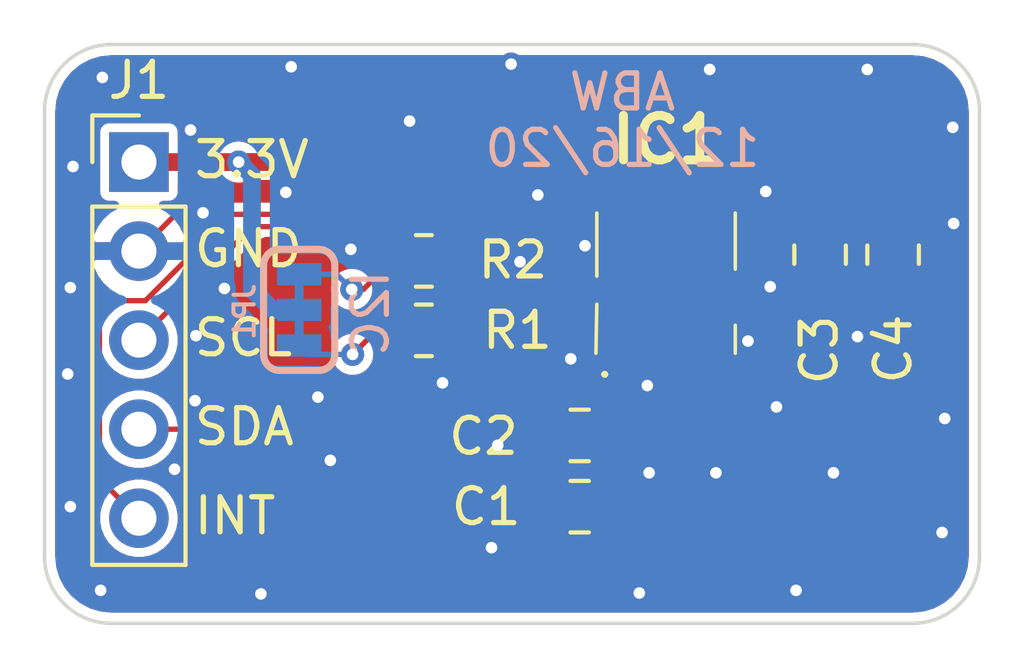
<source format=kicad_pcb>
(kicad_pcb (version 20171130) (host pcbnew "(5.1.8)-1")

  (general
    (thickness 1.6)
    (drawings 15)
    (tracks 106)
    (zones 0)
    (modules 9)
    (nets 14)
  )

  (page A4)
  (layers
    (0 F.Cu signal)
    (31 B.Cu signal)
    (32 B.Adhes user)
    (33 F.Adhes user)
    (34 B.Paste user)
    (35 F.Paste user)
    (36 B.SilkS user)
    (37 F.SilkS user)
    (38 B.Mask user)
    (39 F.Mask user)
    (40 Dwgs.User user)
    (41 Cmts.User user)
    (42 Eco1.User user)
    (43 Eco2.User user)
    (44 Edge.Cuts user)
    (45 Margin user)
    (46 B.CrtYd user)
    (47 F.CrtYd user)
    (48 B.Fab user hide)
    (49 F.Fab user hide)
  )

  (setup
    (last_trace_width 0.1524)
    (user_trace_width 0.1524)
    (user_trace_width 0.1778)
    (user_trace_width 0.254)
    (user_trace_width 0.3048)
    (user_trace_width 0.381)
    (user_trace_width 0.508)
    (user_trace_width 0.635)
    (user_trace_width 0.889)
    (user_trace_width 1.016)
    (user_trace_width 1.27)
    (user_trace_width 1.905)
    (user_trace_width 2.54)
    (trace_clearance 0.2)
    (zone_clearance 0.508)
    (zone_45_only no)
    (trace_min 0.1)
    (via_size 0.8)
    (via_drill 0.4)
    (via_min_size 0.4)
    (via_min_drill 0.3)
    (user_via 0.6096 0.3048)
    (user_via 0.6604 0.3302)
    (user_via 0.889 0.381)
    (user_via 1.397 0.635)
    (uvia_size 0.3)
    (uvia_drill 0.1)
    (uvias_allowed no)
    (uvia_min_size 0.2)
    (uvia_min_drill 0.1)
    (edge_width 0.05)
    (segment_width 0.2)
    (pcb_text_width 0.3)
    (pcb_text_size 1.5 1.5)
    (mod_edge_width 0.12)
    (mod_text_size 1 1)
    (mod_text_width 0.15)
    (pad_size 1.524 1.524)
    (pad_drill 0.762)
    (pad_to_mask_clearance 0.051)
    (solder_mask_min_width 0.25)
    (aux_axis_origin 0 0)
    (visible_elements FFFFFF7F)
    (pcbplotparams
      (layerselection 0x010fc_ffffffff)
      (usegerberextensions false)
      (usegerberattributes true)
      (usegerberadvancedattributes true)
      (creategerberjobfile true)
      (excludeedgelayer true)
      (linewidth 0.100000)
      (plotframeref false)
      (viasonmask false)
      (mode 1)
      (useauxorigin false)
      (hpglpennumber 1)
      (hpglpenspeed 20)
      (hpglpendiameter 15.000000)
      (psnegative false)
      (psa4output false)
      (plotreference true)
      (plotvalue true)
      (plotinvisibletext false)
      (padsonsilk false)
      (subtractmaskfromsilk false)
      (outputformat 1)
      (mirror false)
      (drillshape 1)
      (scaleselection 1)
      (outputdirectory ""))
  )

  (net 0 "")
  (net 1 GND)
  (net 2 +3V3)
  (net 3 "Net-(IC1-Pad11)")
  (net 4 "Net-(IC1-Pad10)")
  (net 5 "Net-(IC1-Pad9)")
  (net 6 "Net-(IC1-Pad8)")
  (net 7 /INT)
  (net 8 /SCL)
  (net 9 /SDA)
  (net 10 "Net-(IC1-Pad3)")
  (net 11 "Net-(IC1-Pad2)")
  (net 12 "Net-(JP1-Pad3)")
  (net 13 "Net-(JP1-Pad1)")

  (net_class Default "This is the default net class."
    (clearance 0.2)
    (trace_width 0.25)
    (via_dia 0.8)
    (via_drill 0.4)
    (uvia_dia 0.3)
    (uvia_drill 0.1)
    (add_net +3V3)
    (add_net /INT)
    (add_net /SCL)
    (add_net /SDA)
    (add_net GND)
    (add_net "Net-(IC1-Pad10)")
    (add_net "Net-(IC1-Pad11)")
    (add_net "Net-(IC1-Pad2)")
    (add_net "Net-(IC1-Pad3)")
    (add_net "Net-(IC1-Pad8)")
    (add_net "Net-(IC1-Pad9)")
    (add_net "Net-(JP1-Pad1)")
    (add_net "Net-(JP1-Pad3)")
  )

  (module Resistor_SMD:R_0805_2012Metric (layer F.Cu) (tedit 5F68FEEE) (tstamp 5FDA37EB)
    (at 132.7404 89.3572)
    (descr "Resistor SMD 0805 (2012 Metric), square (rectangular) end terminal, IPC_7351 nominal, (Body size source: IPC-SM-782 page 72, https://www.pcb-3d.com/wordpress/wp-content/uploads/ipc-sm-782a_amendment_1_and_2.pdf), generated with kicad-footprint-generator")
    (tags resistor)
    (path /5FDA72FD)
    (attr smd)
    (fp_text reference R2 (at 2.54 -0.0254) (layer F.SilkS)
      (effects (font (size 1 1) (thickness 0.15)))
    )
    (fp_text value 2.2k (at 0 1.65) (layer F.Fab)
      (effects (font (size 1 1) (thickness 0.15)))
    )
    (fp_text user %R (at 0 0) (layer F.Fab)
      (effects (font (size 0.5 0.5) (thickness 0.08)))
    )
    (fp_line (start -1 0.625) (end -1 -0.625) (layer F.Fab) (width 0.1))
    (fp_line (start -1 -0.625) (end 1 -0.625) (layer F.Fab) (width 0.1))
    (fp_line (start 1 -0.625) (end 1 0.625) (layer F.Fab) (width 0.1))
    (fp_line (start 1 0.625) (end -1 0.625) (layer F.Fab) (width 0.1))
    (fp_line (start -0.227064 -0.735) (end 0.227064 -0.735) (layer F.SilkS) (width 0.12))
    (fp_line (start -0.227064 0.735) (end 0.227064 0.735) (layer F.SilkS) (width 0.12))
    (fp_line (start -1.68 0.95) (end -1.68 -0.95) (layer F.CrtYd) (width 0.05))
    (fp_line (start -1.68 -0.95) (end 1.68 -0.95) (layer F.CrtYd) (width 0.05))
    (fp_line (start 1.68 -0.95) (end 1.68 0.95) (layer F.CrtYd) (width 0.05))
    (fp_line (start 1.68 0.95) (end -1.68 0.95) (layer F.CrtYd) (width 0.05))
    (pad 2 smd roundrect (at 0.9125 0) (size 1.025 1.4) (layers F.Cu F.Paste F.Mask) (roundrect_rratio 0.243902)
      (net 8 /SCL))
    (pad 1 smd roundrect (at -0.9125 0) (size 1.025 1.4) (layers F.Cu F.Paste F.Mask) (roundrect_rratio 0.243902)
      (net 13 "Net-(JP1-Pad1)"))
    (model ${KISYS3DMOD}/Resistor_SMD.3dshapes/R_0805_2012Metric.wrl
      (at (xyz 0 0 0))
      (scale (xyz 1 1 1))
      (rotate (xyz 0 0 0))
    )
  )

  (module Resistor_SMD:R_0805_2012Metric (layer F.Cu) (tedit 5F68FEEE) (tstamp 5FDA37DA)
    (at 132.7404 91.3384)
    (descr "Resistor SMD 0805 (2012 Metric), square (rectangular) end terminal, IPC_7351 nominal, (Body size source: IPC-SM-782 page 72, https://www.pcb-3d.com/wordpress/wp-content/uploads/ipc-sm-782a_amendment_1_and_2.pdf), generated with kicad-footprint-generator")
    (tags resistor)
    (path /5FDA701B)
    (attr smd)
    (fp_text reference R1 (at 2.667 0) (layer F.SilkS)
      (effects (font (size 1 1) (thickness 0.15)))
    )
    (fp_text value 2.2k (at 0 1.65) (layer F.Fab)
      (effects (font (size 1 1) (thickness 0.15)))
    )
    (fp_text user %R (at 0 0) (layer F.Fab)
      (effects (font (size 0.5 0.5) (thickness 0.08)))
    )
    (fp_line (start -1 0.625) (end -1 -0.625) (layer F.Fab) (width 0.1))
    (fp_line (start -1 -0.625) (end 1 -0.625) (layer F.Fab) (width 0.1))
    (fp_line (start 1 -0.625) (end 1 0.625) (layer F.Fab) (width 0.1))
    (fp_line (start 1 0.625) (end -1 0.625) (layer F.Fab) (width 0.1))
    (fp_line (start -0.227064 -0.735) (end 0.227064 -0.735) (layer F.SilkS) (width 0.12))
    (fp_line (start -0.227064 0.735) (end 0.227064 0.735) (layer F.SilkS) (width 0.12))
    (fp_line (start -1.68 0.95) (end -1.68 -0.95) (layer F.CrtYd) (width 0.05))
    (fp_line (start -1.68 -0.95) (end 1.68 -0.95) (layer F.CrtYd) (width 0.05))
    (fp_line (start 1.68 -0.95) (end 1.68 0.95) (layer F.CrtYd) (width 0.05))
    (fp_line (start 1.68 0.95) (end -1.68 0.95) (layer F.CrtYd) (width 0.05))
    (pad 2 smd roundrect (at 0.9125 0) (size 1.025 1.4) (layers F.Cu F.Paste F.Mask) (roundrect_rratio 0.243902)
      (net 9 /SDA))
    (pad 1 smd roundrect (at -0.9125 0) (size 1.025 1.4) (layers F.Cu F.Paste F.Mask) (roundrect_rratio 0.243902)
      (net 12 "Net-(JP1-Pad3)"))
    (model ${KISYS3DMOD}/Resistor_SMD.3dshapes/R_0805_2012Metric.wrl
      (at (xyz 0 0 0))
      (scale (xyz 1 1 1))
      (rotate (xyz 0 0 0))
    )
  )

  (module Jumper:SMT-JUMPER_3_2-NC_TRACE_SILK (layer B.Cu) (tedit 0) (tstamp 5FDA37C9)
    (at 129.1844 90.7542 270)
    (path /5FDA6197)
    (fp_text reference JP1 (at 0.0508 1.2192 270) (layer B.SilkS)
      (effects (font (size 0.57912 0.57912) (thickness 0.115824)) (justify bottom mirror))
    )
    (fp_text value I2C (at 0 -1.143 270) (layer B.Fab)
      (effects (font (size 0.57912 0.57912) (thickness 0.115824)) (justify top mirror))
    )
    (fp_arc (start 1.27 -0.5588) (end 1.27 -1.016) (angle 90) (layer B.SilkS) (width 0.2032))
    (fp_arc (start -1.27 -0.5588) (end -1.7272 -0.5588) (angle 90) (layer B.SilkS) (width 0.2032))
    (fp_arc (start -1.27 0.5588) (end -1.7272 0.5588) (angle -90) (layer B.SilkS) (width 0.2032))
    (fp_arc (start 1.27 0.5588) (end 1.27 1.016) (angle -90) (layer B.SilkS) (width 0.2032))
    (fp_line (start 1.27 -1.016) (end -1.27 -1.016) (layer B.SilkS) (width 0.2032))
    (fp_line (start 1.7272 -0.5588) (end 1.7272 0.5588) (layer B.SilkS) (width 0.2032))
    (fp_line (start -1.7272 -0.5588) (end -1.7272 0.5588) (layer B.SilkS) (width 0.2032))
    (fp_line (start -1.27 1.016) (end 1.27 1.016) (layer B.SilkS) (width 0.2032))
    (fp_poly (pts (xy -0.6985 0.127) (xy 0.6985 0.127) (xy 0.6985 -0.127) (xy -0.6985 -0.127)) (layer B.Mask) (width 0))
    (fp_poly (pts (xy 0.3048 -0.127) (xy 0.7112 -0.127) (xy 0.7112 0.127) (xy 0.3048 0.127)) (layer B.Cu) (width 0))
    (fp_poly (pts (xy -0.7112 -0.127) (xy -0.3048 -0.127) (xy -0.3048 0.127) (xy -0.7112 0.127)) (layer B.Cu) (width 0))
    (pad 3 smd rect (at 1.016 0 270) (size 0.635 1.27) (layers B.Cu B.Mask)
      (net 12 "Net-(JP1-Pad3)") (solder_mask_margin 0.1016))
    (pad 2 smd rect (at 0 0 270) (size 0.635 1.27) (layers B.Cu B.Mask)
      (net 2 +3V3) (solder_mask_margin 0.1016))
    (pad 1 smd rect (at -1.016 0 270) (size 0.635 1.27) (layers B.Cu B.Mask)
      (net 13 "Net-(JP1-Pad1)") (solder_mask_margin 0.1016))
  )

  (module Connector_PinHeader_2.54mm:PinHeader_1x05_P2.54mm_Vertical (layer F.Cu) (tedit 59FED5CC) (tstamp 5FDA37B7)
    (at 124.6124 86.5378)
    (descr "Through hole straight pin header, 1x05, 2.54mm pitch, single row")
    (tags "Through hole pin header THT 1x05 2.54mm single row")
    (path /5FDA6A09)
    (fp_text reference J1 (at 0 -2.33) (layer F.SilkS)
      (effects (font (size 1 1) (thickness 0.15)))
    )
    (fp_text value Conn_01x05 (at 0 12.49) (layer F.Fab)
      (effects (font (size 1 1) (thickness 0.15)))
    )
    (fp_text user %R (at 0 5.08 90) (layer F.Fab)
      (effects (font (size 1 1) (thickness 0.15)))
    )
    (fp_line (start -0.635 -1.27) (end 1.27 -1.27) (layer F.Fab) (width 0.1))
    (fp_line (start 1.27 -1.27) (end 1.27 11.43) (layer F.Fab) (width 0.1))
    (fp_line (start 1.27 11.43) (end -1.27 11.43) (layer F.Fab) (width 0.1))
    (fp_line (start -1.27 11.43) (end -1.27 -0.635) (layer F.Fab) (width 0.1))
    (fp_line (start -1.27 -0.635) (end -0.635 -1.27) (layer F.Fab) (width 0.1))
    (fp_line (start -1.33 11.49) (end 1.33 11.49) (layer F.SilkS) (width 0.12))
    (fp_line (start -1.33 1.27) (end -1.33 11.49) (layer F.SilkS) (width 0.12))
    (fp_line (start 1.33 1.27) (end 1.33 11.49) (layer F.SilkS) (width 0.12))
    (fp_line (start -1.33 1.27) (end 1.33 1.27) (layer F.SilkS) (width 0.12))
    (fp_line (start -1.33 0) (end -1.33 -1.33) (layer F.SilkS) (width 0.12))
    (fp_line (start -1.33 -1.33) (end 0 -1.33) (layer F.SilkS) (width 0.12))
    (fp_line (start -1.8 -1.8) (end -1.8 11.95) (layer F.CrtYd) (width 0.05))
    (fp_line (start -1.8 11.95) (end 1.8 11.95) (layer F.CrtYd) (width 0.05))
    (fp_line (start 1.8 11.95) (end 1.8 -1.8) (layer F.CrtYd) (width 0.05))
    (fp_line (start 1.8 -1.8) (end -1.8 -1.8) (layer F.CrtYd) (width 0.05))
    (pad 5 thru_hole oval (at 0 10.16) (size 1.7 1.7) (drill 1) (layers *.Cu *.Mask)
      (net 7 /INT))
    (pad 4 thru_hole oval (at 0 7.62) (size 1.7 1.7) (drill 1) (layers *.Cu *.Mask)
      (net 9 /SDA))
    (pad 3 thru_hole oval (at 0 5.08) (size 1.7 1.7) (drill 1) (layers *.Cu *.Mask)
      (net 8 /SCL))
    (pad 2 thru_hole oval (at 0 2.54) (size 1.7 1.7) (drill 1) (layers *.Cu *.Mask)
      (net 1 GND))
    (pad 1 thru_hole rect (at 0 0) (size 1.7 1.7) (drill 1) (layers *.Cu *.Mask)
      (net 2 +3V3))
    (model ${KISYS3DMOD}/Connector_PinHeader_2.54mm.3dshapes/PinHeader_1x05_P2.54mm_Vertical.wrl
      (offset (xyz 0 0 -1.5))
      (scale (xyz 1 1 1))
      (rotate (xyz 0 180 0))
    )
  )

  (module SamacSys_Parts:VCNL4010GS08 (layer F.Cu) (tedit 0) (tstamp 5FDA379E)
    (at 139.6492 89.9922)
    (descr VCNL4010-GS08-2)
    (tags "Integrated Circuit")
    (path /5FDA33FC)
    (attr smd)
    (fp_text reference IC1 (at 0.0254 -4.0894) (layer F.SilkS)
      (effects (font (size 1.27 1.27) (thickness 0.254)))
    )
    (fp_text value VCNL4010-GS08 (at 0 0) (layer F.SilkS) hide
      (effects (font (size 1.27 1.27) (thickness 0.254)))
    )
    (fp_arc (start -1.75 2.6) (end -1.7 2.6) (angle -180) (layer F.SilkS) (width 0.1))
    (fp_arc (start -1.75 2.6) (end -1.8 2.6) (angle -180) (layer F.SilkS) (width 0.1))
    (fp_text user %R (at 0 0) (layer F.Fab)
      (effects (font (size 1.27 1.27) (thickness 0.254)))
    )
    (fp_line (start -1.975 -1.975) (end 1.975 -1.975) (layer F.Fab) (width 0.2))
    (fp_line (start 1.975 -1.975) (end 1.975 1.975) (layer F.Fab) (width 0.2))
    (fp_line (start 1.975 1.975) (end -1.975 1.975) (layer F.Fab) (width 0.2))
    (fp_line (start -1.975 1.975) (end -1.975 -1.975) (layer F.Fab) (width 0.2))
    (fp_line (start -3.175 -3.175) (end 3.175 -3.175) (layer F.CrtYd) (width 0.1))
    (fp_line (start 3.175 -3.175) (end 3.175 3.175) (layer F.CrtYd) (width 0.1))
    (fp_line (start 3.175 3.175) (end -3.175 3.175) (layer F.CrtYd) (width 0.1))
    (fp_line (start -3.175 3.175) (end -3.175 -3.175) (layer F.CrtYd) (width 0.1))
    (fp_line (start 1.975 -2) (end 1.975 -0.4) (layer F.SilkS) (width 0.1))
    (fp_line (start -1.975 -2) (end -1.975 -0.2) (layer F.SilkS) (width 0.1))
    (fp_line (start -1.975 0.6) (end -2 2) (layer F.SilkS) (width 0.1))
    (fp_line (start 1.975 1.2) (end 1.975 2) (layer F.SilkS) (width 0.1))
    (fp_line (start -1.8 2.6) (end -1.8 2.6) (layer F.SilkS) (width 0.1))
    (fp_line (start -1.7 2.6) (end -1.7 2.6) (layer F.SilkS) (width 0.1))
    (pad 13 smd rect (at 1.772 0 90) (size 0.4 0.805) (layers F.Cu F.Paste F.Mask)
      (net 1 GND))
    (pad 12 smd rect (at -1.772 0.175 90) (size 0.4 0.805) (layers F.Cu F.Paste F.Mask)
      (net 1 GND))
    (pad 11 smd rect (at -1.5 -1.772) (size 0.35 0.805) (layers F.Cu F.Paste F.Mask)
      (net 3 "Net-(IC1-Pad11)"))
    (pad 10 smd rect (at -0.75 -1.772) (size 0.35 0.805) (layers F.Cu F.Paste F.Mask)
      (net 4 "Net-(IC1-Pad10)"))
    (pad 9 smd rect (at 0 -1.772) (size 0.35 0.805) (layers F.Cu F.Paste F.Mask)
      (net 5 "Net-(IC1-Pad9)"))
    (pad 8 smd rect (at 0.75 -1.772) (size 0.35 0.805) (layers F.Cu F.Paste F.Mask)
      (net 6 "Net-(IC1-Pad8)"))
    (pad 7 smd rect (at 1.5 -1.772) (size 0.35 0.805) (layers F.Cu F.Paste F.Mask)
      (net 2 +3V3))
    (pad 6 smd rect (at 1.772 0.8 90) (size 0.4 0.805) (layers F.Cu F.Paste F.Mask)
      (net 7 /INT))
    (pad 5 smd rect (at 1.5 1.772) (size 0.35 0.805) (layers F.Cu F.Paste F.Mask)
      (net 8 /SCL))
    (pad 4 smd rect (at 0.75 1.772) (size 0.35 0.805) (layers F.Cu F.Paste F.Mask)
      (net 9 /SDA))
    (pad 3 smd rect (at 0 1.772) (size 0.35 0.805) (layers F.Cu F.Paste F.Mask)
      (net 10 "Net-(IC1-Pad3)"))
    (pad 2 smd rect (at -0.75 1.772) (size 0.35 0.805) (layers F.Cu F.Paste F.Mask)
      (net 11 "Net-(IC1-Pad2)"))
    (pad 1 smd rect (at -1.5 1.772) (size 0.35 0.805) (layers F.Cu F.Paste F.Mask)
      (net 2 +3V3))
    (model "D:\\AveryW\\Assorted Programs\\KiCad\\SamacSys_Parts.3dshapes\\VCNL4010-GS08.stp"
      (at (xyz 0 0 0))
      (scale (xyz 1 1 1))
      (rotate (xyz 0 0 0))
    )
  )

  (module Capacitor_SMD:C_0805_2012Metric (layer F.Cu) (tedit 5F68FEEE) (tstamp 5FDA377C)
    (at 146.1262 89.1794 270)
    (descr "Capacitor SMD 0805 (2012 Metric), square (rectangular) end terminal, IPC_7351 nominal, (Body size source: IPC-SM-782 page 76, https://www.pcb-3d.com/wordpress/wp-content/uploads/ipc-sm-782a_amendment_1_and_2.pdf, https://docs.google.com/spreadsheets/d/1BsfQQcO9C6DZCsRaXUlFlo91Tg2WpOkGARC1WS5S8t0/edit?usp=sharing), generated with kicad-footprint-generator")
    (tags capacitor)
    (path /5FDAE4A3)
    (attr smd)
    (fp_text reference C4 (at 2.6924 0 90) (layer F.SilkS)
      (effects (font (size 1 1) (thickness 0.15)))
    )
    (fp_text value 10uF (at 0 1.68 90) (layer F.Fab)
      (effects (font (size 1 1) (thickness 0.15)))
    )
    (fp_text user %R (at 0 0 90) (layer F.Fab)
      (effects (font (size 0.5 0.5) (thickness 0.08)))
    )
    (fp_line (start -1 0.625) (end -1 -0.625) (layer F.Fab) (width 0.1))
    (fp_line (start -1 -0.625) (end 1 -0.625) (layer F.Fab) (width 0.1))
    (fp_line (start 1 -0.625) (end 1 0.625) (layer F.Fab) (width 0.1))
    (fp_line (start 1 0.625) (end -1 0.625) (layer F.Fab) (width 0.1))
    (fp_line (start -0.261252 -0.735) (end 0.261252 -0.735) (layer F.SilkS) (width 0.12))
    (fp_line (start -0.261252 0.735) (end 0.261252 0.735) (layer F.SilkS) (width 0.12))
    (fp_line (start -1.7 0.98) (end -1.7 -0.98) (layer F.CrtYd) (width 0.05))
    (fp_line (start -1.7 -0.98) (end 1.7 -0.98) (layer F.CrtYd) (width 0.05))
    (fp_line (start 1.7 -0.98) (end 1.7 0.98) (layer F.CrtYd) (width 0.05))
    (fp_line (start 1.7 0.98) (end -1.7 0.98) (layer F.CrtYd) (width 0.05))
    (pad 2 smd roundrect (at 0.95 0 270) (size 1 1.45) (layers F.Cu F.Paste F.Mask) (roundrect_rratio 0.25)
      (net 1 GND))
    (pad 1 smd roundrect (at -0.95 0 270) (size 1 1.45) (layers F.Cu F.Paste F.Mask) (roundrect_rratio 0.25)
      (net 2 +3V3))
    (model ${KISYS3DMOD}/Capacitor_SMD.3dshapes/C_0805_2012Metric.wrl
      (at (xyz 0 0 0))
      (scale (xyz 1 1 1))
      (rotate (xyz 0 0 0))
    )
  )

  (module Capacitor_SMD:C_0805_2012Metric (layer F.Cu) (tedit 5F68FEEE) (tstamp 5FDA376B)
    (at 144.0434 89.1794 270)
    (descr "Capacitor SMD 0805 (2012 Metric), square (rectangular) end terminal, IPC_7351 nominal, (Body size source: IPC-SM-782 page 76, https://www.pcb-3d.com/wordpress/wp-content/uploads/ipc-sm-782a_amendment_1_and_2.pdf, https://docs.google.com/spreadsheets/d/1BsfQQcO9C6DZCsRaXUlFlo91Tg2WpOkGARC1WS5S8t0/edit?usp=sharing), generated with kicad-footprint-generator")
    (tags capacitor)
    (path /5FDAE8D6)
    (attr smd)
    (fp_text reference C3 (at 2.7178 0.0254 90) (layer F.SilkS)
      (effects (font (size 1 1) (thickness 0.15)))
    )
    (fp_text value 0.1uF (at 0 1.68 90) (layer F.Fab)
      (effects (font (size 1 1) (thickness 0.15)))
    )
    (fp_text user %R (at 0 0 90) (layer F.Fab)
      (effects (font (size 0.5 0.5) (thickness 0.08)))
    )
    (fp_line (start -1 0.625) (end -1 -0.625) (layer F.Fab) (width 0.1))
    (fp_line (start -1 -0.625) (end 1 -0.625) (layer F.Fab) (width 0.1))
    (fp_line (start 1 -0.625) (end 1 0.625) (layer F.Fab) (width 0.1))
    (fp_line (start 1 0.625) (end -1 0.625) (layer F.Fab) (width 0.1))
    (fp_line (start -0.261252 -0.735) (end 0.261252 -0.735) (layer F.SilkS) (width 0.12))
    (fp_line (start -0.261252 0.735) (end 0.261252 0.735) (layer F.SilkS) (width 0.12))
    (fp_line (start -1.7 0.98) (end -1.7 -0.98) (layer F.CrtYd) (width 0.05))
    (fp_line (start -1.7 -0.98) (end 1.7 -0.98) (layer F.CrtYd) (width 0.05))
    (fp_line (start 1.7 -0.98) (end 1.7 0.98) (layer F.CrtYd) (width 0.05))
    (fp_line (start 1.7 0.98) (end -1.7 0.98) (layer F.CrtYd) (width 0.05))
    (pad 2 smd roundrect (at 0.95 0 270) (size 1 1.45) (layers F.Cu F.Paste F.Mask) (roundrect_rratio 0.25)
      (net 1 GND))
    (pad 1 smd roundrect (at -0.95 0 270) (size 1 1.45) (layers F.Cu F.Paste F.Mask) (roundrect_rratio 0.25)
      (net 2 +3V3))
    (model ${KISYS3DMOD}/Capacitor_SMD.3dshapes/C_0805_2012Metric.wrl
      (at (xyz 0 0 0))
      (scale (xyz 1 1 1))
      (rotate (xyz 0 0 0))
    )
  )

  (module Capacitor_SMD:C_0805_2012Metric (layer F.Cu) (tedit 5F68FEEE) (tstamp 5FDA375A)
    (at 137.1854 94.3356 180)
    (descr "Capacitor SMD 0805 (2012 Metric), square (rectangular) end terminal, IPC_7351 nominal, (Body size source: IPC-SM-782 page 76, https://www.pcb-3d.com/wordpress/wp-content/uploads/ipc-sm-782a_amendment_1_and_2.pdf, https://docs.google.com/spreadsheets/d/1BsfQQcO9C6DZCsRaXUlFlo91Tg2WpOkGARC1WS5S8t0/edit?usp=sharing), generated with kicad-footprint-generator")
    (tags capacitor)
    (path /5FDAB6E9)
    (attr smd)
    (fp_text reference C2 (at 2.7432 -0.0254) (layer F.SilkS)
      (effects (font (size 1 1) (thickness 0.15)))
    )
    (fp_text value 0.1uF (at 0 1.68) (layer F.Fab)
      (effects (font (size 1 1) (thickness 0.15)))
    )
    (fp_text user %R (at 0 0) (layer F.Fab)
      (effects (font (size 0.5 0.5) (thickness 0.08)))
    )
    (fp_line (start -1 0.625) (end -1 -0.625) (layer F.Fab) (width 0.1))
    (fp_line (start -1 -0.625) (end 1 -0.625) (layer F.Fab) (width 0.1))
    (fp_line (start 1 -0.625) (end 1 0.625) (layer F.Fab) (width 0.1))
    (fp_line (start 1 0.625) (end -1 0.625) (layer F.Fab) (width 0.1))
    (fp_line (start -0.261252 -0.735) (end 0.261252 -0.735) (layer F.SilkS) (width 0.12))
    (fp_line (start -0.261252 0.735) (end 0.261252 0.735) (layer F.SilkS) (width 0.12))
    (fp_line (start -1.7 0.98) (end -1.7 -0.98) (layer F.CrtYd) (width 0.05))
    (fp_line (start -1.7 -0.98) (end 1.7 -0.98) (layer F.CrtYd) (width 0.05))
    (fp_line (start 1.7 -0.98) (end 1.7 0.98) (layer F.CrtYd) (width 0.05))
    (fp_line (start 1.7 0.98) (end -1.7 0.98) (layer F.CrtYd) (width 0.05))
    (pad 2 smd roundrect (at 0.95 0 180) (size 1 1.45) (layers F.Cu F.Paste F.Mask) (roundrect_rratio 0.25)
      (net 1 GND))
    (pad 1 smd roundrect (at -0.95 0 180) (size 1 1.45) (layers F.Cu F.Paste F.Mask) (roundrect_rratio 0.25)
      (net 2 +3V3))
    (model ${KISYS3DMOD}/Capacitor_SMD.3dshapes/C_0805_2012Metric.wrl
      (at (xyz 0 0 0))
      (scale (xyz 1 1 1))
      (rotate (xyz 0 0 0))
    )
  )

  (module Capacitor_SMD:C_0805_2012Metric (layer F.Cu) (tedit 5F68FEEE) (tstamp 5FDA3749)
    (at 137.1854 96.3676 180)
    (descr "Capacitor SMD 0805 (2012 Metric), square (rectangular) end terminal, IPC_7351 nominal, (Body size source: IPC-SM-782 page 76, https://www.pcb-3d.com/wordpress/wp-content/uploads/ipc-sm-782a_amendment_1_and_2.pdf, https://docs.google.com/spreadsheets/d/1BsfQQcO9C6DZCsRaXUlFlo91Tg2WpOkGARC1WS5S8t0/edit?usp=sharing), generated with kicad-footprint-generator")
    (tags capacitor)
    (path /5FDAB153)
    (attr smd)
    (fp_text reference C1 (at 2.667 0) (layer F.SilkS)
      (effects (font (size 1 1) (thickness 0.15)))
    )
    (fp_text value 10uF (at 0 1.68) (layer F.Fab)
      (effects (font (size 1 1) (thickness 0.15)))
    )
    (fp_text user %R (at 0 0) (layer F.Fab)
      (effects (font (size 0.5 0.5) (thickness 0.08)))
    )
    (fp_line (start -1 0.625) (end -1 -0.625) (layer F.Fab) (width 0.1))
    (fp_line (start -1 -0.625) (end 1 -0.625) (layer F.Fab) (width 0.1))
    (fp_line (start 1 -0.625) (end 1 0.625) (layer F.Fab) (width 0.1))
    (fp_line (start 1 0.625) (end -1 0.625) (layer F.Fab) (width 0.1))
    (fp_line (start -0.261252 -0.735) (end 0.261252 -0.735) (layer F.SilkS) (width 0.12))
    (fp_line (start -0.261252 0.735) (end 0.261252 0.735) (layer F.SilkS) (width 0.12))
    (fp_line (start -1.7 0.98) (end -1.7 -0.98) (layer F.CrtYd) (width 0.05))
    (fp_line (start -1.7 -0.98) (end 1.7 -0.98) (layer F.CrtYd) (width 0.05))
    (fp_line (start 1.7 -0.98) (end 1.7 0.98) (layer F.CrtYd) (width 0.05))
    (fp_line (start 1.7 0.98) (end -1.7 0.98) (layer F.CrtYd) (width 0.05))
    (pad 2 smd roundrect (at 0.95 0 180) (size 1 1.45) (layers F.Cu F.Paste F.Mask) (roundrect_rratio 0.25)
      (net 1 GND))
    (pad 1 smd roundrect (at -0.95 0 180) (size 1 1.45) (layers F.Cu F.Paste F.Mask) (roundrect_rratio 0.25)
      (net 2 +3V3))
    (model ${KISYS3DMOD}/Capacitor_SMD.3dshapes/C_0805_2012Metric.wrl
      (at (xyz 0 0 0))
      (scale (xyz 1 1 1))
      (rotate (xyz 0 0 0))
    )
  )

  (gr_text "ABW\n12/16/20" (at 138.4046 85.344) (layer B.SilkS)
    (effects (font (size 1 1) (thickness 0.15)) (justify mirror))
  )
  (gr_text I2C (at 131.2164 90.8558 90) (layer B.SilkS)
    (effects (font (size 1 1) (thickness 0.15)) (justify mirror))
  )
  (gr_text INT (at 127.3556 96.6303) (layer F.SilkS)
    (effects (font (size 1 1) (thickness 0.15)))
  )
  (gr_text SDA (at 127.617505 94.0903) (layer F.SilkS)
    (effects (font (size 1 1) (thickness 0.15)))
  )
  (gr_text SCL (at 127.593695 91.5503) (layer F.SilkS)
    (effects (font (size 1 1) (thickness 0.15)))
  )
  (gr_text GND (at 127.736552 89.0103) (layer F.SilkS)
    (effects (font (size 1 1) (thickness 0.15)))
  )
  (gr_text 3.3V (at 127.83179 86.4703) (layer F.SilkS)
    (effects (font (size 1 1) (thickness 0.15)))
  )
  (gr_arc (start 123.825 97.79) (end 121.92 97.79) (angle -90) (layer Edge.Cuts) (width 0.1) (tstamp 5FDA4603))
  (gr_arc (start 146.685 97.79) (end 146.685 99.695) (angle -90) (layer Edge.Cuts) (width 0.1) (tstamp 5FDA4603))
  (gr_arc (start 146.685 85.09) (end 148.59 85.09) (angle -90) (layer Edge.Cuts) (width 0.1) (tstamp 5FDA4603))
  (gr_arc (start 123.825 85.09) (end 123.825 83.185) (angle -90) (layer Edge.Cuts) (width 0.1))
  (gr_line (start 148.59 85.09) (end 148.59 97.79) (layer Edge.Cuts) (width 0.1))
  (gr_line (start 123.825 83.185) (end 146.685 83.185) (layer Edge.Cuts) (width 0.1))
  (gr_line (start 121.92 97.79) (end 121.92 85.09) (layer Edge.Cuts) (width 0.1))
  (gr_line (start 146.685 99.695) (end 123.825 99.695) (layer Edge.Cuts) (width 0.1))

  (via (at 127.0508 90.1446) (size 0.6604) (drill 0.3302) (layers F.Cu B.Cu) (net 1))
  (via (at 130.6576 89.027) (size 0.6604) (drill 0.3302) (layers F.Cu B.Cu) (net 1))
  (segment (start 127.0508 90.1446) (end 128.27 88.9254) (width 0.508) (layer F.Cu) (net 1))
  (segment (start 128.651 89.027) (end 130.6576 89.027) (width 0.508) (layer F.Cu) (net 1))
  (segment (start 128.5494 88.9254) (end 128.651 89.027) (width 0.508) (layer F.Cu) (net 1))
  (segment (start 128.27 88.9254) (end 128.5494 88.9254) (width 0.508) (layer F.Cu) (net 1))
  (via (at 126.4412 87.9856) (size 0.6604) (drill 0.3302) (layers F.Cu B.Cu) (net 1))
  (via (at 128.8034 87.4014) (size 0.6604) (drill 0.3302) (layers F.Cu B.Cu) (net 1))
  (segment (start 127.0254 87.4014) (end 128.8034 87.4014) (width 0.508) (layer F.Cu) (net 1))
  (segment (start 126.4412 87.9856) (end 127.0254 87.4014) (width 0.508) (layer F.Cu) (net 1))
  (segment (start 125.7046 87.9856) (end 126.4412 87.9856) (width 0.1524) (layer F.Cu) (net 1))
  (segment (start 124.6124 89.0778) (end 125.7046 87.9856) (width 0.1524) (layer F.Cu) (net 1))
  (via (at 135.4836 89.3826) (size 0.6604) (drill 0.3302) (layers F.Cu B.Cu) (net 1))
  (via (at 142.621 90.0938) (size 0.6604) (drill 0.3302) (layers F.Cu B.Cu) (net 1))
  (via (at 137.3378 88.9254) (size 0.6604) (drill 0.3302) (layers F.Cu B.Cu) (net 1))
  (via (at 135.9916 87.4776) (size 0.6604) (drill 0.3302) (layers F.Cu B.Cu) (net 1))
  (via (at 142.494 87.376) (size 0.6604) (drill 0.3302) (layers F.Cu B.Cu) (net 1))
  (via (at 145.1102 91.5162) (size 0.6604) (drill 0.3302) (layers F.Cu B.Cu) (net 1))
  (via (at 141.986 91.6432) (size 0.6604) (drill 0.3302) (layers F.Cu B.Cu) (net 1))
  (via (at 139.1158 92.9132) (size 0.6604) (drill 0.3302) (layers F.Cu B.Cu) (net 1))
  (via (at 139.1666 95.4024) (size 0.6604) (drill 0.3302) (layers F.Cu B.Cu) (net 1))
  (via (at 141.0716 95.4024) (size 0.6604) (drill 0.3302) (layers F.Cu B.Cu) (net 1))
  (via (at 142.7988 93.5228) (size 0.6604) (drill 0.3302) (layers F.Cu B.Cu) (net 1))
  (via (at 136.9314 92.1512) (size 0.6604) (drill 0.3302) (layers F.Cu B.Cu) (net 1))
  (via (at 133.2738 92.837) (size 0.6604) (drill 0.3302) (layers F.Cu B.Cu) (net 1))
  (via (at 134.6708 97.536) (size 0.6604) (drill 0.3302) (layers F.Cu B.Cu) (net 1))
  (via (at 130.0734 95.0468) (size 0.6604) (drill 0.3302) (layers F.Cu B.Cu) (net 1))
  (via (at 125.6284 95.3008) (size 0.6604) (drill 0.3302) (layers F.Cu B.Cu) (net 1))
  (via (at 123.5202 98.7552) (size 0.6604) (drill 0.3302) (layers F.Cu B.Cu) (net 1))
  (via (at 128.0922 98.8568) (size 0.6604) (drill 0.3302) (layers F.Cu B.Cu) (net 1))
  (via (at 138.8872 98.8314) (size 0.6604) (drill 0.3302) (layers F.Cu B.Cu) (net 1))
  (via (at 143.3576 98.7552) (size 0.6604) (drill 0.3302) (layers F.Cu B.Cu) (net 1))
  (via (at 147.5232 97.1042) (size 0.6604) (drill 0.3302) (layers F.Cu B.Cu) (net 1))
  (via (at 147.5994 93.853) (size 0.6604) (drill 0.3302) (layers F.Cu B.Cu) (net 1))
  (via (at 144.4244 95.4024) (size 0.6604) (drill 0.3302) (layers F.Cu B.Cu) (net 1))
  (via (at 147.8534 88.2904) (size 0.6604) (drill 0.3302) (layers F.Cu B.Cu) (net 1))
  (via (at 147.828 85.5472) (size 0.6604) (drill 0.3302) (layers F.Cu B.Cu) (net 1))
  (via (at 145.3896 83.8962) (size 0.6604) (drill 0.3302) (layers F.Cu B.Cu) (net 1))
  (via (at 140.8938 83.8962) (size 0.6604) (drill 0.3302) (layers F.Cu B.Cu) (net 1))
  (via (at 135.2296 83.7438) (size 0.6604) (drill 0.3302) (layers F.Cu B.Cu) (net 1))
  (via (at 128.9558 83.82) (size 0.6604) (drill 0.3302) (layers F.Cu B.Cu) (net 1))
  (via (at 123.571 84.1248) (size 0.6604) (drill 0.3302) (layers F.Cu B.Cu) (net 1))
  (via (at 132.334 85.3694) (size 0.6604) (drill 0.3302) (layers F.Cu B.Cu) (net 1))
  (via (at 126.0856 85.6234) (size 0.6604) (drill 0.3302) (layers F.Cu B.Cu) (net 1))
  (via (at 122.7328 86.6648) (size 0.6604) (drill 0.3302) (layers F.Cu B.Cu) (net 1))
  (via (at 122.6566 90.1192) (size 0.6604) (drill 0.3302) (layers F.Cu B.Cu) (net 1))
  (via (at 122.5804 92.583) (size 0.6604) (drill 0.3302) (layers F.Cu B.Cu) (net 1))
  (via (at 122.6566 96.3676) (size 0.6604) (drill 0.3302) (layers F.Cu B.Cu) (net 1))
  (via (at 134.8486 94.615) (size 0.6604) (drill 0.3302) (layers F.Cu B.Cu) (net 1))
  (via (at 126.238 91.4908) (size 0.6604) (drill 0.3302) (layers F.Cu B.Cu) (net 1))
  (via (at 126.2126 93.345) (size 0.6604) (drill 0.3302) (layers F.Cu B.Cu) (net 1))
  (via (at 129.7178 93.2434) (size 0.6604) (drill 0.3302) (layers F.Cu B.Cu) (net 1))
  (segment (start 144.4346 86.5378) (end 146.1262 88.2294) (width 0.508) (layer F.Cu) (net 2))
  (segment (start 146.1262 88.2294) (end 144.0434 88.2294) (width 0.508) (layer F.Cu) (net 2))
  (segment (start 141.1584 88.2294) (end 141.1492 88.2202) (width 0.508) (layer F.Cu) (net 2))
  (segment (start 144.0434 88.2294) (end 141.1584 88.2294) (width 0.508) (layer F.Cu) (net 2))
  (segment (start 141.608622 96.3676) (end 138.1354 96.3676) (width 0.508) (layer F.Cu) (net 2))
  (segment (start 147.30521 90.671012) (end 141.608622 96.3676) (width 0.508) (layer F.Cu) (net 2))
  (segment (start 147.30521 89.40841) (end 147.30521 90.671012) (width 0.508) (layer F.Cu) (net 2))
  (segment (start 146.1262 88.2294) (end 147.30521 89.40841) (width 0.508) (layer F.Cu) (net 2))
  (segment (start 138.1354 96.3676) (end 138.1354 94.3356) (width 0.508) (layer F.Cu) (net 2))
  (segment (start 138.1354 91.778) (end 138.1492 91.7642) (width 0.508) (layer F.Cu) (net 2))
  (segment (start 138.1354 94.3356) (end 138.1354 91.778) (width 0.508) (layer F.Cu) (net 2))
  (segment (start 128.5494 86.5378) (end 144.4346 86.5378) (width 0.508) (layer F.Cu) (net 2) (tstamp 5FDA4388))
  (segment (start 124.6124 86.5378) (end 127.8636 86.5378) (width 0.508) (layer F.Cu) (net 2))
  (segment (start 127.8636 86.5378) (end 128.5494 86.5378) (width 0.508) (layer F.Cu) (net 2))
  (segment (start 128.430698 90.7542) (end 129.1844 90.7542) (width 0.508) (layer B.Cu) (net 2))
  (segment (start 127.8382 90.161702) (end 128.430698 90.7542) (width 0.508) (layer B.Cu) (net 2))
  (via (at 127.4572 86.5378) (size 0.6604) (drill 0.3302) (layers F.Cu B.Cu) (net 2))
  (segment (start 127.8382 86.9188) (end 127.8382 90.161702) (width 0.508) (layer B.Cu) (net 2))
  (segment (start 127.4572 86.5378) (end 127.8382 86.9188) (width 0.508) (layer B.Cu) (net 2))
  (segment (start 141.2187 90.7922) (end 140.0885 89.662) (width 0.1524) (layer F.Cu) (net 7))
  (segment (start 141.4212 90.7922) (end 141.2187 90.7922) (width 0.1524) (layer F.Cu) (net 7))
  (segment (start 140.0885 89.662) (end 136.8552 89.662) (width 0.1524) (layer F.Cu) (net 7))
  (segment (start 124.071823 90.491599) (end 123.486199 91.077223) (width 0.1524) (layer F.Cu) (net 7))
  (segment (start 124.798801 90.491599) (end 124.071823 90.491599) (width 0.1524) (layer F.Cu) (net 7))
  (segment (start 123.486199 95.571599) (end 124.6124 96.6978) (width 0.1524) (layer F.Cu) (net 7))
  (segment (start 127.26182 88.02858) (end 124.798801 90.491599) (width 0.1524) (layer F.Cu) (net 7))
  (segment (start 123.486199 91.077223) (end 123.486199 95.571599) (width 0.1524) (layer F.Cu) (net 7))
  (segment (start 135.22178 88.02858) (end 127.26182 88.02858) (width 0.1524) (layer F.Cu) (net 7))
  (segment (start 136.8552 89.662) (end 135.22178 88.02858) (width 0.1524) (layer F.Cu) (net 7))
  (segment (start 140.34099 90.73199) (end 135.02769 90.73199) (width 0.1524) (layer F.Cu) (net 8))
  (segment (start 141.1492 91.5402) (end 140.34099 90.73199) (width 0.1524) (layer F.Cu) (net 8))
  (segment (start 135.02769 90.73199) (end 133.6529 89.3572) (width 0.1524) (layer F.Cu) (net 8))
  (segment (start 141.1492 91.7642) (end 141.1492 91.5402) (width 0.1524) (layer F.Cu) (net 8))
  (segment (start 127.84921 88.38099) (end 132.67669 88.38099) (width 0.1524) (layer F.Cu) (net 8))
  (segment (start 132.67669 88.38099) (end 133.6529 89.3572) (width 0.1524) (layer F.Cu) (net 8))
  (segment (start 124.6124 91.6178) (end 127.84921 88.38099) (width 0.1524) (layer F.Cu) (net 8))
  (segment (start 140.3992 91.439538) (end 140.044062 91.0844) (width 0.1524) (layer F.Cu) (net 9))
  (segment (start 140.3992 91.7642) (end 140.3992 91.439538) (width 0.1524) (layer F.Cu) (net 9))
  (segment (start 140.044062 91.0844) (end 136.3218 91.0844) (width 0.1524) (layer F.Cu) (net 9))
  (segment (start 130.8335 94.1578) (end 133.6529 91.3384) (width 0.1524) (layer F.Cu) (net 9))
  (segment (start 124.6124 94.1578) (end 130.8335 94.1578) (width 0.1524) (layer F.Cu) (net 9))
  (segment (start 136.0678 91.3384) (end 136.3218 91.0844) (width 0.1524) (layer F.Cu) (net 9))
  (segment (start 133.6529 91.3384) (end 136.0678 91.3384) (width 0.1524) (layer F.Cu) (net 9))
  (via (at 130.7084 92.0242) (size 0.6604) (drill 0.3302) (layers F.Cu B.Cu) (net 12))
  (segment (start 131.3942 91.3384) (end 130.7084 92.0242) (width 0.1524) (layer F.Cu) (net 12))
  (segment (start 131.8279 91.3384) (end 131.3942 91.3384) (width 0.1524) (layer F.Cu) (net 12))
  (segment (start 129.4384 92.0242) (end 129.1844 91.7702) (width 0.1524) (layer B.Cu) (net 12))
  (segment (start 130.7084 92.0242) (end 129.4384 92.0242) (width 0.1524) (layer B.Cu) (net 12))
  (via (at 130.683 90.17) (size 0.6604) (drill 0.3302) (layers F.Cu B.Cu) (net 13))
  (segment (start 130.2512 89.7382) (end 130.0988 89.7382) (width 0.1524) (layer B.Cu) (net 13))
  (segment (start 130.683 90.17) (end 130.2512 89.7382) (width 0.1524) (layer B.Cu) (net 13))
  (segment (start 130.0988 89.7382) (end 129.1844 89.7382) (width 0.1524) (layer B.Cu) (net 13))
  (segment (start 131.0151 90.17) (end 131.8279 89.3572) (width 0.1524) (layer F.Cu) (net 13))
  (segment (start 130.683 90.17) (end 131.0151 90.17) (width 0.1524) (layer F.Cu) (net 13))

  (zone (net 1) (net_name GND) (layer F.Cu) (tstamp 0) (hatch edge 0.508)
    (connect_pads (clearance 0.254))
    (min_thickness 0.254)
    (fill yes (arc_segments 32) (thermal_gap 0.508) (thermal_bridge_width 0.508))
    (polygon
      (pts
        (xy 149.86 100.965) (xy 120.65 100.965) (xy 120.65 81.915) (xy 149.86 81.915)
      )
    )
    (filled_polygon
      (pts
        (xy 146.970898 83.646099) (xy 147.245907 83.729129) (xy 147.499556 83.863996) (xy 147.722175 84.04556) (xy 147.905287 84.266905)
        (xy 148.04192 84.519602) (xy 148.126869 84.794027) (xy 148.159 85.099727) (xy 148.159001 97.768912) (xy 148.128901 98.075897)
        (xy 148.04587 98.35091) (xy 147.911004 98.604556) (xy 147.72944 98.827175) (xy 147.508096 99.010287) (xy 147.255396 99.146921)
        (xy 146.980971 99.23187) (xy 146.675273 99.264) (xy 123.846078 99.264) (xy 123.539103 99.233901) (xy 123.26409 99.15087)
        (xy 123.010444 99.016004) (xy 122.787825 98.83444) (xy 122.604713 98.613096) (xy 122.468079 98.360396) (xy 122.38313 98.085971)
        (xy 122.351 97.780273) (xy 122.351 91.077223) (xy 123.026788 91.077223) (xy 123.028999 91.099673) (xy 123.029 95.549139)
        (xy 123.026788 95.571599) (xy 123.029 95.594059) (xy 123.035615 95.661226) (xy 123.061759 95.747408) (xy 123.104213 95.826835)
        (xy 123.161347 95.896452) (xy 123.178791 95.910768) (xy 123.480855 96.212833) (xy 123.428707 96.338731) (xy 123.3814 96.576557)
        (xy 123.3814 96.819043) (xy 123.428707 97.056869) (xy 123.521502 97.280897) (xy 123.65622 97.482517) (xy 123.827683 97.65398)
        (xy 124.029303 97.788698) (xy 124.253331 97.881493) (xy 124.491157 97.9288) (xy 124.733643 97.9288) (xy 124.971469 97.881493)
        (xy 125.195497 97.788698) (xy 125.397117 97.65398) (xy 125.56858 97.482517) (xy 125.703298 97.280897) (xy 125.781292 97.0926)
        (xy 135.097328 97.0926) (xy 135.109588 97.217082) (xy 135.145898 97.33678) (xy 135.204863 97.447094) (xy 135.284215 97.543785)
        (xy 135.380906 97.623137) (xy 135.49122 97.682102) (xy 135.610918 97.718412) (xy 135.7354 97.730672) (xy 135.94965 97.7276)
        (xy 136.1084 97.56885) (xy 136.1084 96.4946) (xy 135.25915 96.4946) (xy 135.1004 96.65335) (xy 135.097328 97.0926)
        (xy 125.781292 97.0926) (xy 125.796093 97.056869) (xy 125.8434 96.819043) (xy 125.8434 96.576557) (xy 125.796093 96.338731)
        (xy 125.703298 96.114703) (xy 125.56858 95.913083) (xy 125.397117 95.74162) (xy 125.195497 95.606902) (xy 124.971469 95.514107)
        (xy 124.733643 95.4668) (xy 124.491157 95.4668) (xy 124.253331 95.514107) (xy 124.127433 95.566255) (xy 123.943399 95.382222)
        (xy 123.943399 95.191299) (xy 124.029303 95.248698) (xy 124.253331 95.341493) (xy 124.491157 95.3888) (xy 124.733643 95.3888)
        (xy 124.971469 95.341493) (xy 125.195497 95.248698) (xy 125.397117 95.11398) (xy 125.450497 95.0606) (xy 135.097328 95.0606)
        (xy 135.109588 95.185082) (xy 135.145898 95.30478) (xy 135.170924 95.3516) (xy 135.145898 95.39842) (xy 135.109588 95.518118)
        (xy 135.097328 95.6426) (xy 135.1004 96.08185) (xy 135.25915 96.2406) (xy 136.1084 96.2406) (xy 136.1084 94.4626)
        (xy 135.25915 94.4626) (xy 135.1004 94.62135) (xy 135.097328 95.0606) (xy 125.450497 95.0606) (xy 125.56858 94.942517)
        (xy 125.703298 94.740897) (xy 125.755446 94.615) (xy 130.81105 94.615) (xy 130.8335 94.617211) (xy 130.85595 94.615)
        (xy 130.85596 94.615) (xy 130.923127 94.608385) (xy 131.009309 94.582241) (xy 131.088736 94.539787) (xy 131.158353 94.482653)
        (xy 131.172674 94.465203) (xy 132.027277 93.6106) (xy 135.097328 93.6106) (xy 135.1004 94.04985) (xy 135.25915 94.2086)
        (xy 136.1084 94.2086) (xy 136.1084 93.13435) (xy 135.94965 92.9756) (xy 135.7354 92.972528) (xy 135.610918 92.984788)
        (xy 135.49122 93.021098) (xy 135.380906 93.080063) (xy 135.284215 93.159415) (xy 135.204863 93.256106) (xy 135.145898 93.36642)
        (xy 135.109588 93.486118) (xy 135.097328 93.6106) (xy 132.027277 93.6106) (xy 133.237673 92.400206) (xy 133.266938 92.409083)
        (xy 133.390399 92.421243) (xy 133.915401 92.421243) (xy 134.038862 92.409083) (xy 134.157579 92.373071) (xy 134.266989 92.31459)
        (xy 134.362888 92.235888) (xy 134.44159 92.139989) (xy 134.500071 92.030579) (xy 134.536083 91.911862) (xy 134.547534 91.7956)
        (xy 136.04535 91.7956) (xy 136.0678 91.797811) (xy 136.09025 91.7956) (xy 136.09026 91.7956) (xy 136.157427 91.788985)
        (xy 136.243609 91.762841) (xy 136.323036 91.720387) (xy 136.392653 91.663253) (xy 136.406974 91.645803) (xy 136.511177 91.5416)
        (xy 137.543538 91.5416) (xy 137.509589 91.653519) (xy 137.497329 91.778) (xy 137.500401 91.809191) (xy 137.5004 93.361829)
        (xy 137.437912 93.413112) (xy 137.363011 93.50438) (xy 137.361212 93.486118) (xy 137.324902 93.36642) (xy 137.265937 93.256106)
        (xy 137.186585 93.159415) (xy 137.089894 93.080063) (xy 136.97958 93.021098) (xy 136.859882 92.984788) (xy 136.7354 92.972528)
        (xy 136.52115 92.9756) (xy 136.3624 93.13435) (xy 136.3624 94.2086) (xy 136.3824 94.2086) (xy 136.3824 94.4626)
        (xy 136.3624 94.4626) (xy 136.3624 96.2406) (xy 136.3824 96.2406) (xy 136.3824 96.4946) (xy 136.3624 96.4946)
        (xy 136.3624 97.56885) (xy 136.52115 97.7276) (xy 136.7354 97.730672) (xy 136.859882 97.718412) (xy 136.97958 97.682102)
        (xy 137.089894 97.623137) (xy 137.186585 97.543785) (xy 137.265937 97.447094) (xy 137.324902 97.33678) (xy 137.361212 97.217082)
        (xy 137.363011 97.19882) (xy 137.437912 97.290088) (xy 137.533811 97.36879) (xy 137.643221 97.427271) (xy 137.761938 97.463283)
        (xy 137.8854 97.475443) (xy 138.3854 97.475443) (xy 138.508862 97.463283) (xy 138.627579 97.427271) (xy 138.736989 97.36879)
        (xy 138.832888 97.290088) (xy 138.91159 97.194189) (xy 138.970071 97.084779) (xy 138.994999 97.0026) (xy 141.577441 97.0026)
        (xy 141.608622 97.005671) (xy 141.639803 97.0026) (xy 141.639814 97.0026) (xy 141.733104 96.993412) (xy 141.852802 96.957102)
        (xy 141.963116 96.898137) (xy 142.059807 96.818785) (xy 142.079696 96.79455) (xy 147.732165 91.142082) (xy 147.756395 91.122197)
        (xy 147.835747 91.025506) (xy 147.894712 90.915192) (xy 147.931022 90.795494) (xy 147.94021 90.702204) (xy 147.94021 90.702194)
        (xy 147.943281 90.671013) (xy 147.94021 90.639832) (xy 147.94021 89.439591) (xy 147.943281 89.40841) (xy 147.94021 89.377229)
        (xy 147.94021 89.377218) (xy 147.931022 89.283928) (xy 147.894712 89.16423) (xy 147.866924 89.112243) (xy 147.835748 89.053916)
        (xy 147.786904 88.9944) (xy 147.756395 88.957225) (xy 147.732166 88.937341) (xy 147.234043 88.439218) (xy 147.234043 87.9794)
        (xy 147.221883 87.855938) (xy 147.185871 87.737221) (xy 147.12739 87.627811) (xy 147.048688 87.531912) (xy 146.952789 87.45321)
        (xy 146.843379 87.394729) (xy 146.724662 87.358717) (xy 146.6012 87.346557) (xy 146.141382 87.346557) (xy 144.905674 86.11085)
        (xy 144.885785 86.086615) (xy 144.789094 86.007263) (xy 144.67878 85.948298) (xy 144.559082 85.911988) (xy 144.465792 85.9028)
        (xy 144.465781 85.9028) (xy 144.4346 85.899729) (xy 144.403419 85.9028) (xy 127.782628 85.9028) (xy 127.664649 85.853931)
        (xy 127.527247 85.8266) (xy 127.387153 85.8266) (xy 127.249751 85.853931) (xy 127.131772 85.9028) (xy 125.845243 85.9028)
        (xy 125.845243 85.6878) (xy 125.837887 85.613111) (xy 125.816101 85.541292) (xy 125.780722 85.475104) (xy 125.733111 85.417089)
        (xy 125.675096 85.369478) (xy 125.608908 85.334099) (xy 125.537089 85.312313) (xy 125.4624 85.304957) (xy 123.7624 85.304957)
        (xy 123.687711 85.312313) (xy 123.615892 85.334099) (xy 123.549704 85.369478) (xy 123.491689 85.417089) (xy 123.444078 85.475104)
        (xy 123.408699 85.541292) (xy 123.386913 85.613111) (xy 123.379557 85.6878) (xy 123.379557 87.3878) (xy 123.386913 87.462489)
        (xy 123.408699 87.534308) (xy 123.444078 87.600496) (xy 123.491689 87.658511) (xy 123.549704 87.706122) (xy 123.615892 87.741501)
        (xy 123.687711 87.763287) (xy 123.7624 87.770643) (xy 123.919033 87.770643) (xy 123.731045 87.882622) (xy 123.514812 88.077531)
        (xy 123.340759 88.31088) (xy 123.215575 88.573701) (xy 123.170924 88.72091) (xy 123.292245 88.9508) (xy 124.4854 88.9508)
        (xy 124.4854 88.9308) (xy 124.7394 88.9308) (xy 124.7394 88.9508) (xy 124.7594 88.9508) (xy 124.7594 89.2048)
        (xy 124.7394 89.2048) (xy 124.7394 89.2248) (xy 124.4854 89.2248) (xy 124.4854 89.2048) (xy 123.292245 89.2048)
        (xy 123.170924 89.43469) (xy 123.215575 89.581899) (xy 123.340759 89.84472) (xy 123.514812 90.078069) (xy 123.685195 90.231649)
        (xy 123.178796 90.738049) (xy 123.161346 90.75237) (xy 123.104212 90.821988) (xy 123.061758 90.901415) (xy 123.035614 90.987597)
        (xy 123.028999 91.054764) (xy 123.028999 91.054773) (xy 123.026788 91.077223) (xy 122.351 91.077223) (xy 122.351 85.111079)
        (xy 122.381099 84.804102) (xy 122.464129 84.529093) (xy 122.598996 84.275444) (xy 122.78056 84.052825) (xy 123.001905 83.869713)
        (xy 123.254602 83.73308) (xy 123.529027 83.648131) (xy 123.834727 83.616) (xy 146.663921 83.616)
      )
    )
    (filled_polygon
      (pts
        (xy 127.249751 87.221669) (xy 127.387153 87.249) (xy 127.527247 87.249) (xy 127.664649 87.221669) (xy 127.782628 87.1728)
        (xy 144.171576 87.1728) (xy 144.345333 87.346557) (xy 143.5684 87.346557) (xy 143.444938 87.358717) (xy 143.326221 87.394729)
        (xy 143.216811 87.45321) (xy 143.120912 87.531912) (xy 143.06963 87.5944) (xy 141.63382 87.5944) (xy 141.594911 87.546989)
        (xy 141.536896 87.499378) (xy 141.470708 87.463999) (xy 141.398889 87.442213) (xy 141.3242 87.434857) (xy 140.9742 87.434857)
        (xy 140.899511 87.442213) (xy 140.827692 87.463999) (xy 140.7742 87.492592) (xy 140.720708 87.463999) (xy 140.648889 87.442213)
        (xy 140.5742 87.434857) (xy 140.2242 87.434857) (xy 140.149511 87.442213) (xy 140.077692 87.463999) (xy 140.0242 87.492592)
        (xy 139.970708 87.463999) (xy 139.898889 87.442213) (xy 139.8242 87.434857) (xy 139.4742 87.434857) (xy 139.399511 87.442213)
        (xy 139.327692 87.463999) (xy 139.2742 87.492592) (xy 139.220708 87.463999) (xy 139.148889 87.442213) (xy 139.0742 87.434857)
        (xy 138.7242 87.434857) (xy 138.649511 87.442213) (xy 138.577692 87.463999) (xy 138.5242 87.492592) (xy 138.470708 87.463999)
        (xy 138.398889 87.442213) (xy 138.3242 87.434857) (xy 137.9742 87.434857) (xy 137.899511 87.442213) (xy 137.827692 87.463999)
        (xy 137.761504 87.499378) (xy 137.703489 87.546989) (xy 137.655878 87.605004) (xy 137.620499 87.671192) (xy 137.598713 87.743011)
        (xy 137.591357 87.8177) (xy 137.591357 88.6227) (xy 137.598713 88.697389) (xy 137.620499 88.769208) (xy 137.655878 88.835396)
        (xy 137.703489 88.893411) (xy 137.761504 88.941022) (xy 137.827692 88.976401) (xy 137.899511 88.998187) (xy 137.9742 89.005543)
        (xy 138.3242 89.005543) (xy 138.398889 88.998187) (xy 138.470708 88.976401) (xy 138.5242 88.947808) (xy 138.577692 88.976401)
        (xy 138.649511 88.998187) (xy 138.7242 89.005543) (xy 139.0742 89.005543) (xy 139.148889 88.998187) (xy 139.220708 88.976401)
        (xy 139.2742 88.947808) (xy 139.327692 88.976401) (xy 139.399511 88.998187) (xy 139.4742 89.005543) (xy 139.8242 89.005543)
        (xy 139.898889 88.998187) (xy 139.970708 88.976401) (xy 140.0242 88.947808) (xy 140.077692 88.976401) (xy 140.149511 88.998187)
        (xy 140.2242 89.005543) (xy 140.5742 89.005543) (xy 140.648889 88.998187) (xy 140.720708 88.976401) (xy 140.7742 88.947808)
        (xy 140.827692 88.976401) (xy 140.899511 88.998187) (xy 140.9742 89.005543) (xy 141.3242 89.005543) (xy 141.398889 88.998187)
        (xy 141.470708 88.976401) (xy 141.536896 88.941022) (xy 141.594911 88.893411) (xy 141.618719 88.8644) (xy 143.06963 88.8644)
        (xy 143.120912 88.926888) (xy 143.21218 89.001789) (xy 143.193918 89.003588) (xy 143.07422 89.039898) (xy 142.963906 89.098863)
        (xy 142.867215 89.178215) (xy 142.787863 89.274906) (xy 142.728898 89.38522) (xy 142.692588 89.504918) (xy 142.680328 89.6294)
        (xy 142.6834 89.84365) (xy 142.84215 90.0024) (xy 143.9164 90.0024) (xy 143.9164 89.9824) (xy 144.1704 89.9824)
        (xy 144.1704 90.0024) (xy 145.9992 90.0024) (xy 145.9992 89.9824) (xy 146.2532 89.9824) (xy 146.2532 90.0024)
        (xy 146.2732 90.0024) (xy 146.2732 90.2564) (xy 146.2532 90.2564) (xy 146.2532 90.2764) (xy 145.9992 90.2764)
        (xy 145.9992 90.2564) (xy 144.1704 90.2564) (xy 144.1704 91.10565) (xy 144.32915 91.2644) (xy 144.7684 91.267472)
        (xy 144.892882 91.255212) (xy 145.01258 91.218902) (xy 145.0848 91.180299) (xy 145.15702 91.218902) (xy 145.276718 91.255212)
        (xy 145.4012 91.267472) (xy 145.813609 91.264588) (xy 141.345598 95.7326) (xy 138.994999 95.7326) (xy 138.970071 95.650421)
        (xy 138.91159 95.541011) (xy 138.832888 95.445112) (xy 138.7704 95.39383) (xy 138.7704 95.30937) (xy 138.832888 95.258088)
        (xy 138.91159 95.162189) (xy 138.970071 95.052779) (xy 139.006083 94.934062) (xy 139.018243 94.8106) (xy 139.018243 93.8606)
        (xy 139.006083 93.737138) (xy 138.970071 93.618421) (xy 138.91159 93.509011) (xy 138.832888 93.413112) (xy 138.7704 93.36183)
        (xy 138.7704 92.549543) (xy 139.0742 92.549543) (xy 139.148889 92.542187) (xy 139.220708 92.520401) (xy 139.2742 92.491808)
        (xy 139.327692 92.520401) (xy 139.399511 92.542187) (xy 139.4742 92.549543) (xy 139.8242 92.549543) (xy 139.898889 92.542187)
        (xy 139.970708 92.520401) (xy 140.0242 92.491808) (xy 140.077692 92.520401) (xy 140.149511 92.542187) (xy 140.2242 92.549543)
        (xy 140.5742 92.549543) (xy 140.648889 92.542187) (xy 140.720708 92.520401) (xy 140.7742 92.491808) (xy 140.827692 92.520401)
        (xy 140.899511 92.542187) (xy 140.9742 92.549543) (xy 141.3242 92.549543) (xy 141.398889 92.542187) (xy 141.470708 92.520401)
        (xy 141.536896 92.485022) (xy 141.594911 92.437411) (xy 141.642522 92.379396) (xy 141.677901 92.313208) (xy 141.699687 92.241389)
        (xy 141.707043 92.1667) (xy 141.707043 91.375043) (xy 141.8237 91.375043) (xy 141.898389 91.367687) (xy 141.970208 91.345901)
        (xy 142.036396 91.310522) (xy 142.094411 91.262911) (xy 142.142022 91.204896) (xy 142.177401 91.138708) (xy 142.199187 91.066889)
        (xy 142.206543 90.9922) (xy 142.206543 90.698944) (xy 142.26483 90.653221) (xy 142.285274 90.6294) (xy 142.680328 90.6294)
        (xy 142.692588 90.753882) (xy 142.728898 90.87358) (xy 142.787863 90.983894) (xy 142.867215 91.080585) (xy 142.963906 91.159937)
        (xy 143.07422 91.218902) (xy 143.193918 91.255212) (xy 143.3184 91.267472) (xy 143.75765 91.2644) (xy 143.9164 91.10565)
        (xy 143.9164 90.2564) (xy 142.84215 90.2564) (xy 142.6834 90.41515) (xy 142.680328 90.6294) (xy 142.285274 90.6294)
        (xy 142.346294 90.558302) (xy 142.407676 90.449315) (xy 142.446616 90.330446) (xy 142.4587 90.22395) (xy 142.29995 90.0652)
        (xy 141.5482 90.0652) (xy 141.5482 90.1392) (xy 141.2942 90.1392) (xy 141.2942 90.0652) (xy 141.2742 90.0652)
        (xy 141.2742 89.9192) (xy 141.2942 89.9192) (xy 141.2942 89.31595) (xy 141.5482 89.31595) (xy 141.5482 89.9192)
        (xy 142.29995 89.9192) (xy 142.4587 89.76045) (xy 142.446616 89.653954) (xy 142.407676 89.535085) (xy 142.346294 89.426098)
        (xy 142.26483 89.331179) (xy 142.166413 89.253977) (xy 142.054826 89.197459) (xy 141.934357 89.163796) (xy 141.809635 89.154283)
        (xy 141.70695 89.1572) (xy 141.5482 89.31595) (xy 141.2942 89.31595) (xy 141.13545 89.1572) (xy 141.032765 89.154283)
        (xy 140.908043 89.163796) (xy 140.787574 89.197459) (xy 140.675987 89.253977) (xy 140.57757 89.331179) (xy 140.497523 89.424446)
        (xy 140.427674 89.354597) (xy 140.413353 89.337147) (xy 140.343736 89.280013) (xy 140.264309 89.237559) (xy 140.178127 89.211415)
        (xy 140.11096 89.2048) (xy 140.11095 89.2048) (xy 140.0885 89.202589) (xy 140.06605 89.2048) (xy 137.044579 89.2048)
        (xy 135.560954 87.721177) (xy 135.546633 87.703727) (xy 135.477016 87.646593) (xy 135.397589 87.604139) (xy 135.311407 87.577995)
        (xy 135.24424 87.57138) (xy 135.24423 87.57138) (xy 135.22178 87.569169) (xy 135.19933 87.57138) (xy 127.28427 87.57138)
        (xy 127.26182 87.569169) (xy 127.23937 87.57138) (xy 127.23936 87.57138) (xy 127.172193 87.577995) (xy 127.086011 87.604139)
        (xy 127.006584 87.646593) (xy 126.936967 87.703727) (xy 126.92265 87.721172) (xy 126.023397 88.620425) (xy 126.009225 88.573701)
        (xy 125.884041 88.31088) (xy 125.709988 88.077531) (xy 125.493755 87.882622) (xy 125.305767 87.770643) (xy 125.4624 87.770643)
        (xy 125.537089 87.763287) (xy 125.608908 87.741501) (xy 125.675096 87.706122) (xy 125.733111 87.658511) (xy 125.780722 87.600496)
        (xy 125.816101 87.534308) (xy 125.837887 87.462489) (xy 125.845243 87.3878) (xy 125.845243 87.1728) (xy 127.131772 87.1728)
      )
    )
    (filled_polygon
      (pts
        (xy 130.932557 88.907199) (xy 130.932557 89.503573) (xy 130.890449 89.486131) (xy 130.753047 89.4588) (xy 130.612953 89.4588)
        (xy 130.475551 89.486131) (xy 130.346121 89.539743) (xy 130.229637 89.617575) (xy 130.130575 89.716637) (xy 130.052743 89.833121)
        (xy 129.999131 89.962551) (xy 129.9718 90.099953) (xy 129.9718 90.240047) (xy 129.999131 90.377449) (xy 130.052743 90.506879)
        (xy 130.130575 90.623363) (xy 130.229637 90.722425) (xy 130.346121 90.800257) (xy 130.475551 90.853869) (xy 130.612953 90.8812)
        (xy 130.753047 90.8812) (xy 130.890449 90.853869) (xy 130.937894 90.834217) (xy 130.932557 90.888399) (xy 130.932557 91.153464)
        (xy 130.773022 91.313) (xy 130.638353 91.313) (xy 130.500951 91.340331) (xy 130.371521 91.393943) (xy 130.255037 91.471775)
        (xy 130.155975 91.570837) (xy 130.078143 91.687321) (xy 130.024531 91.816751) (xy 129.9972 91.954153) (xy 129.9972 92.094247)
        (xy 130.024531 92.231649) (xy 130.078143 92.361079) (xy 130.155975 92.477563) (xy 130.255037 92.576625) (xy 130.371521 92.654457)
        (xy 130.500951 92.708069) (xy 130.638353 92.7354) (xy 130.778447 92.7354) (xy 130.915849 92.708069) (xy 131.045279 92.654457)
        (xy 131.161763 92.576625) (xy 131.260825 92.477563) (xy 131.329393 92.374943) (xy 131.441938 92.409083) (xy 131.565399 92.421243)
        (xy 131.923479 92.421243) (xy 130.644123 93.7006) (xy 125.755446 93.7006) (xy 125.703298 93.574703) (xy 125.56858 93.373083)
        (xy 125.397117 93.20162) (xy 125.195497 93.066902) (xy 124.971469 92.974107) (xy 124.733643 92.9268) (xy 124.491157 92.9268)
        (xy 124.253331 92.974107) (xy 124.029303 93.066902) (xy 123.943399 93.124301) (xy 123.943399 92.651299) (xy 124.029303 92.708698)
        (xy 124.253331 92.801493) (xy 124.491157 92.8488) (xy 124.733643 92.8488) (xy 124.971469 92.801493) (xy 125.195497 92.708698)
        (xy 125.397117 92.57398) (xy 125.56858 92.402517) (xy 125.703298 92.200897) (xy 125.796093 91.976869) (xy 125.8434 91.739043)
        (xy 125.8434 91.496557) (xy 125.796093 91.258731) (xy 125.743945 91.132833) (xy 128.038589 88.83819) (xy 130.939354 88.83819)
      )
    )
    (filled_polygon
      (pts
        (xy 136.516035 89.969414) (xy 136.530347 89.986853) (xy 136.547786 90.001165) (xy 136.547792 90.001171) (xy 136.599964 90.043987)
        (xy 136.67939 90.086441) (xy 136.699449 90.092526) (xy 136.765573 90.112585) (xy 136.83274 90.1192) (xy 136.83275 90.1192)
        (xy 136.8552 90.121411) (xy 136.87765 90.1192) (xy 139.899123 90.1192) (xy 140.054713 90.27479) (xy 138.79054 90.27479)
        (xy 138.75595 90.2402) (xy 138.0042 90.2402) (xy 138.0042 90.27479) (xy 137.7502 90.27479) (xy 137.7502 90.2402)
        (xy 136.99845 90.2402) (xy 136.96386 90.27479) (xy 135.217069 90.27479) (xy 134.548243 89.605965) (xy 134.548243 88.907199)
        (xy 134.536083 88.783738) (xy 134.500071 88.665021) (xy 134.44159 88.555611) (xy 134.384281 88.48578) (xy 135.032403 88.48578)
      )
    )
  )
  (zone (net 1) (net_name GND) (layer B.Cu) (tstamp 0) (hatch edge 0.508)
    (connect_pads (clearance 0.254))
    (min_thickness 0.254)
    (fill yes (arc_segments 32) (thermal_gap 0.508) (thermal_bridge_width 0.508))
    (polygon
      (pts
        (xy 149.225 100.33) (xy 121.285 100.33) (xy 121.285 82.55) (xy 149.225 82.55)
      )
    )
    (filled_polygon
      (pts
        (xy 146.970898 83.646099) (xy 147.245907 83.729129) (xy 147.499556 83.863996) (xy 147.722175 84.04556) (xy 147.905287 84.266905)
        (xy 148.04192 84.519602) (xy 148.126869 84.794027) (xy 148.159 85.099727) (xy 148.159001 97.768912) (xy 148.128901 98.075897)
        (xy 148.04587 98.35091) (xy 147.911004 98.604556) (xy 147.72944 98.827175) (xy 147.508096 99.010287) (xy 147.255396 99.146921)
        (xy 146.980971 99.23187) (xy 146.675273 99.264) (xy 123.846078 99.264) (xy 123.539103 99.233901) (xy 123.26409 99.15087)
        (xy 123.010444 99.016004) (xy 122.787825 98.83444) (xy 122.604713 98.613096) (xy 122.468079 98.360396) (xy 122.38313 98.085971)
        (xy 122.351 97.780273) (xy 122.351 96.576557) (xy 123.3814 96.576557) (xy 123.3814 96.819043) (xy 123.428707 97.056869)
        (xy 123.521502 97.280897) (xy 123.65622 97.482517) (xy 123.827683 97.65398) (xy 124.029303 97.788698) (xy 124.253331 97.881493)
        (xy 124.491157 97.9288) (xy 124.733643 97.9288) (xy 124.971469 97.881493) (xy 125.195497 97.788698) (xy 125.397117 97.65398)
        (xy 125.56858 97.482517) (xy 125.703298 97.280897) (xy 125.796093 97.056869) (xy 125.8434 96.819043) (xy 125.8434 96.576557)
        (xy 125.796093 96.338731) (xy 125.703298 96.114703) (xy 125.56858 95.913083) (xy 125.397117 95.74162) (xy 125.195497 95.606902)
        (xy 124.971469 95.514107) (xy 124.733643 95.4668) (xy 124.491157 95.4668) (xy 124.253331 95.514107) (xy 124.029303 95.606902)
        (xy 123.827683 95.74162) (xy 123.65622 95.913083) (xy 123.521502 96.114703) (xy 123.428707 96.338731) (xy 123.3814 96.576557)
        (xy 122.351 96.576557) (xy 122.351 94.036557) (xy 123.3814 94.036557) (xy 123.3814 94.279043) (xy 123.428707 94.516869)
        (xy 123.521502 94.740897) (xy 123.65622 94.942517) (xy 123.827683 95.11398) (xy 124.029303 95.248698) (xy 124.253331 95.341493)
        (xy 124.491157 95.3888) (xy 124.733643 95.3888) (xy 124.971469 95.341493) (xy 125.195497 95.248698) (xy 125.397117 95.11398)
        (xy 125.56858 94.942517) (xy 125.703298 94.740897) (xy 125.796093 94.516869) (xy 125.8434 94.279043) (xy 125.8434 94.036557)
        (xy 125.796093 93.798731) (xy 125.703298 93.574703) (xy 125.56858 93.373083) (xy 125.397117 93.20162) (xy 125.195497 93.066902)
        (xy 124.971469 92.974107) (xy 124.733643 92.9268) (xy 124.491157 92.9268) (xy 124.253331 92.974107) (xy 124.029303 93.066902)
        (xy 123.827683 93.20162) (xy 123.65622 93.373083) (xy 123.521502 93.574703) (xy 123.428707 93.798731) (xy 123.3814 94.036557)
        (xy 122.351 94.036557) (xy 122.351 89.43469) (xy 123.170924 89.43469) (xy 123.215575 89.581899) (xy 123.340759 89.84472)
        (xy 123.514812 90.078069) (xy 123.731045 90.272978) (xy 123.981148 90.421957) (xy 124.143568 90.479572) (xy 124.029303 90.526902)
        (xy 123.827683 90.66162) (xy 123.65622 90.833083) (xy 123.521502 91.034703) (xy 123.428707 91.258731) (xy 123.3814 91.496557)
        (xy 123.3814 91.739043) (xy 123.428707 91.976869) (xy 123.521502 92.200897) (xy 123.65622 92.402517) (xy 123.827683 92.57398)
        (xy 124.029303 92.708698) (xy 124.253331 92.801493) (xy 124.491157 92.8488) (xy 124.733643 92.8488) (xy 124.971469 92.801493)
        (xy 125.195497 92.708698) (xy 125.397117 92.57398) (xy 125.56858 92.402517) (xy 125.703298 92.200897) (xy 125.796093 91.976869)
        (xy 125.8434 91.739043) (xy 125.8434 91.496557) (xy 125.796093 91.258731) (xy 125.703298 91.034703) (xy 125.56858 90.833083)
        (xy 125.397117 90.66162) (xy 125.195497 90.526902) (xy 125.081232 90.479572) (xy 125.243652 90.421957) (xy 125.493755 90.272978)
        (xy 125.709988 90.078069) (xy 125.884041 89.84472) (xy 126.009225 89.581899) (xy 126.053876 89.43469) (xy 125.932555 89.2048)
        (xy 124.7394 89.2048) (xy 124.7394 89.2248) (xy 124.4854 89.2248) (xy 124.4854 89.2048) (xy 123.292245 89.2048)
        (xy 123.170924 89.43469) (xy 122.351 89.43469) (xy 122.351 88.72091) (xy 123.170924 88.72091) (xy 123.292245 88.9508)
        (xy 124.4854 88.9508) (xy 124.4854 88.9308) (xy 124.7394 88.9308) (xy 124.7394 88.9508) (xy 125.932555 88.9508)
        (xy 126.053876 88.72091) (xy 126.009225 88.573701) (xy 125.884041 88.31088) (xy 125.709988 88.077531) (xy 125.493755 87.882622)
        (xy 125.305767 87.770643) (xy 125.4624 87.770643) (xy 125.537089 87.763287) (xy 125.608908 87.741501) (xy 125.675096 87.706122)
        (xy 125.733111 87.658511) (xy 125.780722 87.600496) (xy 125.816101 87.534308) (xy 125.837887 87.462489) (xy 125.845243 87.3878)
        (xy 125.845243 86.467753) (xy 126.746 86.467753) (xy 126.746 86.607847) (xy 126.773331 86.745249) (xy 126.826943 86.874679)
        (xy 126.904775 86.991163) (xy 127.003837 87.090225) (xy 127.120321 87.168057) (xy 127.2032 87.202387) (xy 127.203201 90.130511)
        (xy 127.200129 90.161702) (xy 127.212389 90.286183) (xy 127.248698 90.405881) (xy 127.307663 90.516195) (xy 127.315719 90.526011)
        (xy 127.387016 90.612887) (xy 127.411245 90.632771) (xy 127.959632 91.18116) (xy 127.979513 91.205385) (xy 128.003737 91.225265)
        (xy 128.003741 91.225269) (xy 128.076204 91.284738) (xy 128.15966 91.329346) (xy 128.184627 91.342691) (xy 128.173913 91.378011)
        (xy 128.166557 91.4527) (xy 128.166557 92.0877) (xy 128.173913 92.162389) (xy 128.195699 92.234208) (xy 128.231078 92.300396)
        (xy 128.278689 92.358411) (xy 128.336704 92.406022) (xy 128.402892 92.441401) (xy 128.474711 92.463187) (xy 128.5494 92.470543)
        (xy 129.33479 92.470543) (xy 129.348773 92.474785) (xy 129.41594 92.4814) (xy 129.415949 92.4814) (xy 129.438399 92.483611)
        (xy 129.460849 92.4814) (xy 130.159812 92.4814) (xy 130.255037 92.576625) (xy 130.371521 92.654457) (xy 130.500951 92.708069)
        (xy 130.638353 92.7354) (xy 130.778447 92.7354) (xy 130.915849 92.708069) (xy 131.045279 92.654457) (xy 131.161763 92.576625)
        (xy 131.260825 92.477563) (xy 131.338657 92.361079) (xy 131.392269 92.231649) (xy 131.4196 92.094247) (xy 131.4196 91.954153)
        (xy 131.392269 91.816751) (xy 131.338657 91.687321) (xy 131.260825 91.570837) (xy 131.161763 91.471775) (xy 131.045279 91.393943)
        (xy 130.915849 91.340331) (xy 130.778447 91.313) (xy 130.638353 91.313) (xy 130.500951 91.340331) (xy 130.371521 91.393943)
        (xy 130.255037 91.471775) (xy 130.202243 91.524569) (xy 130.202243 91.4527) (xy 130.194887 91.378011) (xy 130.173101 91.306192)
        (xy 130.149586 91.2622) (xy 130.173101 91.218208) (xy 130.194887 91.146389) (xy 130.202243 91.0717) (xy 130.202243 90.695031)
        (xy 130.229637 90.722425) (xy 130.346121 90.800257) (xy 130.475551 90.853869) (xy 130.612953 90.8812) (xy 130.753047 90.8812)
        (xy 130.890449 90.853869) (xy 131.019879 90.800257) (xy 131.136363 90.722425) (xy 131.235425 90.623363) (xy 131.313257 90.506879)
        (xy 131.366869 90.377449) (xy 131.3942 90.240047) (xy 131.3942 90.099953) (xy 131.366869 89.962551) (xy 131.313257 89.833121)
        (xy 131.235425 89.716637) (xy 131.136363 89.617575) (xy 131.019879 89.539743) (xy 130.890449 89.486131) (xy 130.753047 89.4588)
        (xy 130.618377 89.4588) (xy 130.590374 89.430797) (xy 130.576053 89.413347) (xy 130.506436 89.356213) (xy 130.427009 89.313759)
        (xy 130.340827 89.287615) (xy 130.27366 89.281) (xy 130.27365 89.281) (xy 130.2512 89.278789) (xy 130.22875 89.281)
        (xy 130.175166 89.281) (xy 130.173101 89.274192) (xy 130.137722 89.208004) (xy 130.090111 89.149989) (xy 130.032096 89.102378)
        (xy 129.965908 89.066999) (xy 129.894089 89.045213) (xy 129.8194 89.037857) (xy 128.5494 89.037857) (xy 128.474711 89.045213)
        (xy 128.4732 89.045671) (xy 128.4732 86.94998) (xy 128.476271 86.918799) (xy 128.4732 86.887618) (xy 128.4732 86.887608)
        (xy 128.464012 86.794318) (xy 128.427702 86.67462) (xy 128.368738 86.564307) (xy 128.368737 86.564305) (xy 128.344134 86.534327)
        (xy 128.289385 86.467615) (xy 128.265151 86.447727) (xy 128.136327 86.318903) (xy 128.087457 86.200921) (xy 128.009625 86.084437)
        (xy 127.910563 85.985375) (xy 127.794079 85.907543) (xy 127.664649 85.853931) (xy 127.527247 85.8266) (xy 127.387153 85.8266)
        (xy 127.249751 85.853931) (xy 127.120321 85.907543) (xy 127.003837 85.985375) (xy 126.904775 86.084437) (xy 126.826943 86.200921)
        (xy 126.773331 86.330351) (xy 126.746 86.467753) (xy 125.845243 86.467753) (xy 125.845243 85.6878) (xy 125.837887 85.613111)
        (xy 125.816101 85.541292) (xy 125.780722 85.475104) (xy 125.733111 85.417089) (xy 125.675096 85.369478) (xy 125.608908 85.334099)
        (xy 125.537089 85.312313) (xy 125.4624 85.304957) (xy 123.7624 85.304957) (xy 123.687711 85.312313) (xy 123.615892 85.334099)
        (xy 123.549704 85.369478) (xy 123.491689 85.417089) (xy 123.444078 85.475104) (xy 123.408699 85.541292) (xy 123.386913 85.613111)
        (xy 123.379557 85.6878) (xy 123.379557 87.3878) (xy 123.386913 87.462489) (xy 123.408699 87.534308) (xy 123.444078 87.600496)
        (xy 123.491689 87.658511) (xy 123.549704 87.706122) (xy 123.615892 87.741501) (xy 123.687711 87.763287) (xy 123.7624 87.770643)
        (xy 123.919033 87.770643) (xy 123.731045 87.882622) (xy 123.514812 88.077531) (xy 123.340759 88.31088) (xy 123.215575 88.573701)
        (xy 123.170924 88.72091) (xy 122.351 88.72091) (xy 122.351 85.111079) (xy 122.381099 84.804102) (xy 122.464129 84.529093)
        (xy 122.598996 84.275444) (xy 122.78056 84.052825) (xy 123.001905 83.869713) (xy 123.254602 83.73308) (xy 123.529027 83.648131)
        (xy 123.834727 83.616) (xy 146.663921 83.616)
      )
    )
  )
)

</source>
